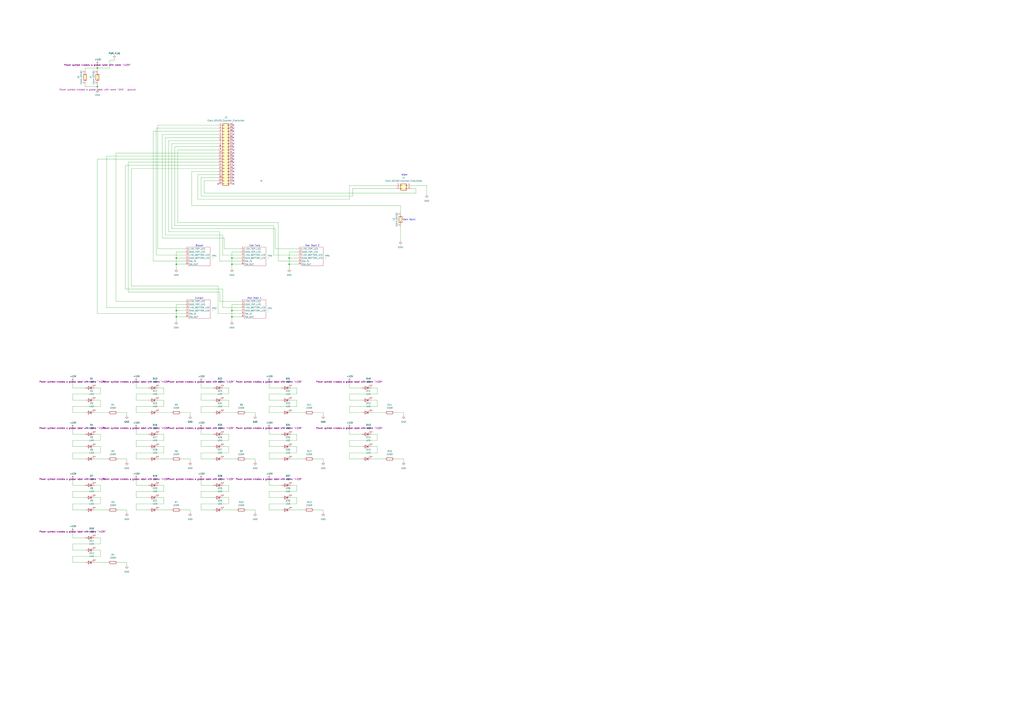
<source format=kicad_sch>
(kicad_sch (version 20250114) (generator "eeschema") (generator_version "9.0")
  (paper "A1")
  (text "Man Start 2" (at 256.54 201.93 0) (effects (font (size 1.27 1.27))))
  (text "Blower\n" (at 163.83 201.93 0) (effects (font (size 1.27 1.27))))
  (text "Rain Rplnt" (at 336.042 180.594 0) (effects (font (size 1.27 1.27))))
  (text "Wiper" (at 332.232 143.764 0) (effects (font (size 1.27 1.27))))
  (text "Cab Fans\n" (at 209.296 201.93 0) (effects (font (size 1.27 1.27))))
  (text "Extract\n" (at 163.576 245.11 0) (effects (font (size 1.27 1.27))))
  (text "Man Start 1" (at 209.042 245.11 0) (effects (font (size 1.27 1.27))))
  (junction (at 190.5 255.27))
  (junction (at 80.01 71.12))
  (junction (at 144.78 212.09))
  (junction (at 237.49 217.17))
  (junction (at 190.5 212.09))
  (junction (at 190.5 217.17))
  (junction (at 190.5 260.35))
  (junction (at 144.78 260.35))
  (junction (at 144.78 217.17))
  (junction (at 237.49 212.09))
  (junction (at 144.78 255.27))
  (junction (at 80.01 55.88))
  (no_connect (at 191.77 123.19))
  (no_connect (at 191.77 105.41))
  (no_connect (at 179.07 151.13))
  (no_connect (at 191.77 135.89))
  (no_connect (at 191.77 130.81))
  (no_connect (at 191.77 143.51))
  (no_connect (at 191.77 125.73))
  (no_connect (at 191.77 107.95))
  (no_connect (at 191.77 151.13))
  (no_connect (at 191.77 133.35))
  (no_connect (at 191.77 110.49))
  (no_connect (at 191.77 138.43))
  (no_connect (at 191.77 113.03))
  (no_connect (at 191.77 148.59))
  (no_connect (at 191.77 140.97))
  (no_connect (at 214.63 148.59))
  (no_connect (at 191.77 115.57))
  (no_connect (at 191.77 102.87))
  (no_connect (at 191.77 120.65))
  (no_connect (at 191.77 128.27))
  (no_connect (at 191.77 146.05))
  (no_connect (at 191.77 118.11))
  (wire (pts (xy 341.63 154.94) (xy 341.63 158.75)))
  (wire (pts (xy 187.96 328.93) (xy 182.88 328.93)))
  (wire (pts (xy 59.69 334.01) (xy 82.55 334.01)))
  (wire (pts (xy 69.85 452.12) (xy 59.69 452.12)))
  (wire (pts (xy 111.76 351.79) (xy 111.76 356.87)))
  (wire (pts (xy 125.73 214.63) (xy 152.4 214.63)))
  (wire (pts (xy 144.78 260.35) (xy 152.4 260.35)))
  (wire (pts (xy 198.12 247.65) (xy 180.34 247.65)))
  (wire (pts (xy 77.47 419.1) (xy 88.9 419.1)))
  (wire (pts (xy 165.1 146.05) (xy 179.07 146.05)))
  (wire (pts (xy 190.5 217.17) (xy 198.12 217.17)))
  (wire (pts (xy 265.43 419.1) (xy 265.43 421.64)))
  (wire (pts (xy 134.62 367.03) (xy 129.54 367.03)))
  (wire (pts (xy 243.84 372.11) (xy 243.84 367.03)))
  (wire (pts (xy 328.93 186.69) (xy 328.93 198.12)))
  (wire (pts (xy 287.02 328.93) (xy 287.02 323.85)))
  (wire (pts (xy 309.88 334.01) (xy 309.88 328.93)))
  (wire (pts (xy 165.1 328.93) (xy 165.1 323.85)))
  (wire (pts (xy 96.52 377.19) (xy 104.14 377.19)))
  (wire (pts (xy 220.98 339.09) (xy 220.98 334.01)))
  (wire (pts (xy 121.92 408.94) (xy 111.76 408.94)))
  (wire (pts (xy 96.52 462.28) (xy 104.14 462.28)))
  (wire (pts (xy 175.26 328.93) (xy 165.1 328.93)))
  (wire (pts (xy 134.62 356.87) (xy 129.54 356.87)))
  (wire (pts (xy 165.1 334.01) (xy 187.96 334.01)))
  (wire (pts (xy 105.41 240.03) (xy 105.41 133.35)))
  (wire (pts (xy 287.02 377.19) (xy 287.02 372.11)))
  (wire (pts (xy 175.26 367.03) (xy 165.1 367.03)))
  (wire (pts (xy 297.18 339.09) (xy 287.02 339.09)))
  (wire (pts (xy 179.07 234.95) (xy 107.95 234.95)))
  (wire (pts (xy 350.52 152.4) (xy 350.52 160.02)))
  (wire (pts (xy 69.85 377.19) (xy 59.69 377.19)))
  (wire (pts (xy 104.14 339.09) (xy 104.14 341.63)))
  (wire (pts (xy 59.69 393.7) (xy 59.69 398.78)))
  (wire (pts (xy 59.69 414.02) (xy 82.55 414.02)))
  (wire (pts (xy 82.55 414.02) (xy 82.55 408.94)))
  (wire (pts (xy 80.01 257.81) (xy 80.01 130.81)))
  (wire (pts (xy 96.52 339.09) (xy 104.14 339.09)))
  (wire (pts (xy 129.54 204.47) (xy 129.54 102.87)))
  (wire (pts (xy 134.62 318.77) (xy 129.54 318.77)))
  (wire (pts (xy 77.47 339.09) (xy 88.9 339.09)))
  (wire (pts (xy 82.55 334.01) (xy 82.55 328.93)))
  (wire (pts (xy 220.98 367.03) (xy 220.98 361.95)))
  (wire (pts (xy 182.88 209.55) (xy 198.12 209.55)))
  (wire (pts (xy 107.95 138.43) (xy 179.07 138.43)))
  (wire (pts (xy 304.8 339.09) (xy 316.23 339.09)))
  (wire (pts (xy 121.92 339.09) (xy 111.76 339.09)))
  (wire (pts (xy 337.82 152.4) (xy 350.52 152.4)))
  (wire (pts (xy 82.55 452.12) (xy 77.47 452.12)))
  (wire (pts (xy 198.12 255.27) (xy 190.5 255.27)))
  (wire (pts (xy 231.14 328.93) (xy 220.98 328.93)))
  (wire (pts (xy 165.1 161.29) (xy 165.1 146.05)))
  (wire (pts (xy 129.54 102.87) (xy 179.07 102.87)))
  (wire (pts (xy 167.64 148.59) (xy 179.07 148.59)))
  (wire (pts (xy 180.34 240.03) (xy 105.41 240.03)))
  (wire (pts (xy 111.76 372.11) (xy 134.62 372.11)))
  (wire (pts (xy 152.4 204.47) (xy 129.54 204.47)))
  (wire (pts (xy 237.49 217.17) (xy 245.11 217.17)))
  (wire (pts (xy 231.14 419.1) (xy 220.98 419.1)))
  (wire (pts (xy 77.47 377.19) (xy 88.9 377.19)))
  (wire (pts (xy 156.21 419.1) (xy 156.21 421.64)))
  (wire (pts (xy 309.88 323.85) (xy 309.88 318.77)))
  (wire (pts (xy 111.76 414.02) (xy 134.62 414.02)))
  (wire (pts (xy 287.02 318.77) (xy 297.18 318.77)))
  (wire (pts (xy 220.98 334.01) (xy 243.84 334.01)))
  (wire (pts (xy 198.12 252.73) (xy 182.88 252.73)))
  (wire (pts (xy 220.98 356.87) (xy 231.14 356.87)))
  (wire (pts (xy 198.12 257.81) (xy 179.07 257.81)))
  (wire (pts (xy 111.76 403.86) (xy 134.62 403.86)))
  (wire (pts (xy 198.12 207.01) (xy 190.5 207.01)))
  (wire (pts (xy 165.1 403.86) (xy 187.96 403.86)))
  (wire (pts (xy 287.02 313.69) (xy 287.02 318.77)))
  (wire (pts (xy 59.69 398.78) (xy 69.85 398.78)))
  (wire (pts (xy 133.35 110.49) (xy 179.07 110.49)))
  (wire (pts (xy 152.4 207.01) (xy 144.78 207.01)))
  (wire (pts (xy 297.18 377.19) (xy 287.02 377.19)))
  (wire (pts (xy 143.51 120.65) (xy 179.07 120.65)))
  (wire (pts (xy 304.8 377.19) (xy 316.23 377.19)))
  (wire (pts (xy 209.55 377.19) (xy 209.55 379.73)))
  (wire (pts (xy 165.1 339.09) (xy 165.1 334.01)))
  (wire (pts (xy 231.14 408.94) (xy 220.98 408.94)))
  (wire (pts (xy 245.11 214.63) (xy 228.6 214.63)))
  (wire (pts (xy 102.87 237.49) (xy 102.87 135.89)))
  (wire (pts (xy 265.43 339.09) (xy 265.43 341.63)))
  (wire (pts (xy 111.76 313.69) (xy 111.76 318.77)))
  (wire (pts (xy 165.1 361.95) (xy 187.96 361.95)))
  (wire (pts (xy 143.51 185.42) (xy 143.51 120.65)))
  (wire (pts (xy 287.02 361.95) (xy 309.88 361.95)))
  (wire (pts (xy 59.69 318.77) (xy 69.85 318.77)))
  (wire (pts (xy 297.18 328.93) (xy 287.02 328.93)))
  (wire (pts (xy 243.84 408.94) (xy 238.76 408.94)))
  (wire (pts (xy 182.88 252.73) (xy 182.88 237.49)))
  (wire (pts (xy 82.55 356.87) (xy 77.47 356.87)))
  (wire (pts (xy 257.81 377.19) (xy 265.43 377.19)))
  (wire (pts (xy 182.88 237.49) (xy 102.87 237.49)))
  (wire (pts (xy 59.69 452.12) (xy 59.69 447.04)))
  (wire (pts (xy 238.76 377.19) (xy 250.19 377.19)))
  (wire (pts (xy 228.6 182.88) (xy 146.05 182.88)))
  (wire (pts (xy 323.85 377.19) (xy 331.47 377.19)))
  (wire (pts (xy 82.55 398.78) (xy 77.47 398.78)))
  (wire (pts (xy 228.6 214.63) (xy 228.6 182.88)))
  (wire (pts (xy 111.76 323.85) (xy 134.62 323.85)))
  (wire (pts (xy 331.47 339.09) (xy 331.47 341.63)))
  (wire (pts (xy 220.98 414.02) (xy 243.84 414.02)))
  (wire (pts (xy 243.84 414.02) (xy 243.84 408.94)))
  (wire (pts (xy 59.69 372.11) (xy 82.55 372.11)))
  (wire (pts (xy 165.1 398.78) (xy 175.26 398.78)))
  (wire (pts (xy 245.11 204.47) (xy 226.06 204.47)))
  (wire (pts (xy 179.07 257.81) (xy 179.07 234.95)))
  (wire (pts (xy 165.1 313.69) (xy 165.1 318.77)))
  (wire (pts (xy 220.98 393.7) (xy 220.98 398.78)))
  (wire (pts (xy 59.69 328.93) (xy 59.69 323.85)))
  (wire (pts (xy 237.49 207.01) (xy 237.49 212.09)))
  (wire (pts (xy 80.01 69.85) (xy 80.01 71.12)))
  (wire (pts (xy 134.62 328.93) (xy 129.54 328.93)))
  (wire (pts (xy 287.02 323.85) (xy 309.88 323.85)))
  (wire (pts (xy 69.85 367.03) (xy 59.69 367.03)))
  (wire (pts (xy 138.43 190.5) (xy 138.43 115.57)))
  (wire (pts (xy 187.96 361.95) (xy 187.96 356.87)))
  (wire (pts (xy 111.76 393.7) (xy 111.76 398.78)))
  (wire (pts (xy 220.98 372.11) (xy 243.84 372.11)))
  (wire (pts (xy 156.21 339.09) (xy 156.21 341.63)))
  (wire (pts (xy 59.69 361.95) (xy 82.55 361.95)))
  (wire (pts (xy 182.88 193.04) (xy 182.88 209.55)))
  (wire (pts (xy 134.62 334.01) (xy 134.62 328.93)))
  (wire (pts (xy 111.76 334.01) (xy 134.62 334.01)))
  (wire (pts (xy 187.96 414.02) (xy 187.96 408.94)))
  (wire (pts (xy 175.26 339.09) (xy 165.1 339.09)))
  (wire (pts (xy 69.85 55.88) (xy 80.01 55.88)))
  (wire (pts (xy 134.62 323.85) (xy 134.62 318.77)))
  (wire (pts (xy 134.62 414.02) (xy 134.62 408.94)))
  (wire (pts (xy 226.06 204.47) (xy 226.06 187.96)))
  (wire (pts (xy 59.69 323.85) (xy 82.55 323.85)))
  (wire (pts (xy 128.27 105.41) (xy 128.27 209.55)))
  (wire (pts (xy 59.69 403.86) (xy 82.55 403.86)))
  (wire (pts (xy 133.35 195.58) (xy 133.35 110.49)))
  (wire (pts (xy 96.52 419.1) (xy 104.14 419.1)))
  (wire (pts (xy 82.55 318.77) (xy 77.47 318.77)))
  (wire (pts (xy 265.43 377.19) (xy 265.43 379.73)))
  (wire (pts (xy 121.92 377.19) (xy 111.76 377.19)))
  (wire (pts (xy 111.76 419.1) (xy 111.76 414.02)))
  (wire (pts (xy 69.85 328.93) (xy 59.69 328.93)))
  (wire (pts (xy 165.1 372.11) (xy 187.96 372.11)))
  (wire (pts (xy 134.62 408.94) (xy 129.54 408.94)))
  (wire (pts (xy 152.4 212.09) (xy 144.78 212.09)))
  (wire (pts (xy 289.56 154.94) (xy 289.56 161.29)))
  (wire (pts (xy 243.84 398.78) (xy 238.76 398.78)))
  (wire (pts (xy 167.64 158.75) (xy 167.64 148.59)))
  (wire (pts (xy 146.05 182.88) (xy 146.05 123.19)))
  (wire (pts (xy 287.02 351.79) (xy 287.02 356.87)))
  (wire (pts (xy 90.17 55.88) (xy 90.17 49.53)))
  (wire (pts (xy 69.85 69.85) (xy 69.85 71.12)))
  (wire (pts (xy 121.92 419.1) (xy 111.76 419.1)))
  (wire (pts (xy 59.69 462.28) (xy 59.69 457.2)))
  (wire (pts (xy 152.4 252.73) (xy 87.63 252.73)))
  (wire (pts (xy 111.76 356.87) (xy 121.92 356.87)))
  (wire (pts (xy 69.85 57.15) (xy 69.85 55.88)))
  (wire (pts (xy 187.96 408.94) (xy 182.88 408.94)))
  (wire (pts (xy 128.27 209.55) (xy 152.4 209.55)))
  (wire (pts (xy 165.1 408.94) (xy 165.1 403.86)))
  (wire (pts (xy 220.98 351.79) (xy 220.98 356.87)))
  (wire (pts (xy 289.56 154.94) (xy 325.12 154.94)))
  (wire (pts (xy 162.56 163.83) (xy 162.56 143.51)))
  (wire (pts (xy 156.21 377.19) (xy 156.21 379.73)))
  (wire (pts (xy 111.76 339.09) (xy 111.76 334.01)))
  (wire (pts (xy 59.69 436.88) (xy 59.69 441.96)))
  (wire (pts (xy 95.25 247.65) (xy 95.25 125.73)))
  (wire (pts (xy 59.69 419.1) (xy 59.69 414.02)))
  (wire (pts (xy 224.79 209.55) (xy 224.79 185.42)))
  (wire (pts (xy 179.07 107.95) (xy 125.73 107.95)))
  (wire (pts (xy 238.76 339.09) (xy 250.19 339.09)))
  (wire (pts (xy 82.55 361.95) (xy 82.55 356.87)))
  (wire (pts (xy 144.78 250.19) (xy 144.78 255.27)))
  (wire (pts (xy 309.88 356.87) (xy 304.8 356.87)))
  (wire (pts (xy 190.5 207.01) (xy 190.5 212.09)))
  (wire (pts (xy 309.88 328.93) (xy 304.8 328.93)))
  (wire (pts (xy 201.93 339.09) (xy 209.55 339.09)))
  (wire (pts (xy 82.55 328.93) (xy 77.47 328.93)))
  (wire (pts (xy 69.85 71.12) (xy 80.01 71.12)))
  (wire (pts (xy 328.93 173.99) (xy 328.93 168.91)))
  (wire (pts (xy 198.12 204.47) (xy 184.15 204.47)))
  (wire (pts (xy 220.98 377.19) (xy 220.98 372.11)))
  (wire (pts (xy 243.84 334.01) (xy 243.84 328.93)))
  (wire (pts (xy 148.59 339.09) (xy 156.21 339.09)))
  (wire (pts (xy 152.4 247.65) (xy 95.25 247.65)))
  (wire (pts (xy 180.34 190.5) (xy 138.43 190.5)))
  (wire (pts (xy 257.81 419.1) (xy 265.43 419.1)))
  (wire (pts (xy 87.63 252.73) (xy 87.63 128.27)))
  (wire (pts (xy 93.98 49.53) (xy 93.98 48.26)))
  (wire (pts (xy 148.59 377.19) (xy 156.21 377.19)))
  (wire (pts (xy 231.14 367.03) (xy 220.98 367.03)))
  (wire (pts (xy 82.55 447.04) (xy 82.55 441.96)))
  (wire (pts (xy 190.5 255.27) (xy 190.5 260.35)))
  (wire (pts (xy 87.63 128.27) (xy 179.07 128.27)))
  (wire (pts (xy 152.4 255.27) (xy 144.78 255.27)))
  (wire (pts (xy 297.18 367.03) (xy 287.02 367.03)))
  (wire (pts (xy 187.96 367.03) (xy 182.88 367.03)))
  (wire (pts (xy 59.69 367.03) (xy 59.69 361.95)))
  (wire (pts (xy 220.98 408.94) (xy 220.98 403.86)))
  (wire (pts (xy 243.84 403.86) (xy 243.84 398.78)))
  (wire (pts (xy 325.12 152.4) (xy 287.02 152.4)))
  (wire (pts (xy 69.85 462.28) (xy 59.69 462.28)))
  (wire (pts (xy 184.15 195.58) (xy 133.35 195.58)))
  (wire (pts (xy 59.69 351.79) (xy 59.69 356.87)))
  (wire (pts (xy 209.55 339.09) (xy 209.55 341.63)))
  (wire (pts (xy 129.54 339.09) (xy 140.97 339.09)))
  (wire (pts (xy 82.55 408.94) (xy 77.47 408.94)))
  (wire (pts (xy 104.14 377.19) (xy 104.14 379.73)))
  (wire (pts (xy 237.49 212.09) (xy 237.49 217.17)))
  (wire (pts (xy 111.76 318.77) (xy 121.92 318.77)))
  (wire (pts (xy 309.88 367.03) (xy 304.8 367.03)))
  (wire (pts (xy 198.12 214.63) (xy 180.34 214.63)))
  (wire (pts (xy 80.01 71.12) (xy 80.01 73.66)))
  (wire (pts (xy 309.88 372.11) (xy 309.88 367.03)))
  (wire (pts (xy 190.5 264.16) (xy 190.5 260.35)))
  (wire (pts (xy 165.1 356.87) (xy 175.26 356.87)))
  (wire (pts (xy 111.76 398.78) (xy 121.92 398.78)))
  (wire (pts (xy 198.12 250.19) (xy 190.5 250.19)))
  (wire (pts (xy 287.02 339.09) (xy 287.02 334.01)))
  (wire (pts (xy 59.69 313.69) (xy 59.69 318.77)))
  (wire (pts (xy 231.14 377.19) (xy 220.98 377.19)))
  (wire (pts (xy 69.85 419.1) (xy 59.69 419.1)))
  (wire (pts (xy 309.88 318.77) (xy 304.8 318.77)))
  (wire (pts (xy 144.78 217.17) (xy 152.4 217.17)))
  (wire (pts (xy 237.49 220.98) (xy 237.49 217.17)))
  (wire (pts (xy 341.63 158.75) (xy 167.64 158.75)))
  (wire (pts (xy 180.34 247.65) (xy 180.34 240.03)))
  (wire (pts (xy 77.47 462.28) (xy 88.9 462.28)))
  (wire (pts (xy 111.76 367.03) (xy 111.76 361.95)))
  (wire (pts (xy 238.76 419.1) (xy 250.19 419.1)))
  (wire (pts (xy 245.11 209.55) (xy 224.79 209.55)))
  (wire (pts (xy 138.43 115.57) (xy 179.07 115.57)))
  (wire (pts (xy 104.14 419.1) (xy 104.14 421.64)))
  (wire (pts (xy 323.85 339.09) (xy 331.47 339.09)))
  (wire (pts (xy 187.96 403.86) (xy 187.96 398.78)))
  (wire (pts (xy 125.73 107.95) (xy 125.73 214.63)))
  (wire (pts (xy 190.5 220.98) (xy 190.5 217.17)))
  (wire (pts (xy 182.88 419.1) (xy 194.31 419.1)))
  (wire (pts (xy 337.82 154.94) (xy 341.63 154.94)))
  (wire (pts (xy 152.4 257.81) (xy 80.01 257.81)))
  (wire (pts (xy 111.76 377.19) (xy 111.76 372.11)))
  (wire (pts (xy 287.02 372.11) (xy 309.88 372.11)))
  (wire (pts (xy 152.4 250.19) (xy 144.78 250.19)))
  (wire (pts (xy 201.93 419.1) (xy 209.55 419.1)))
  (wire (pts (xy 129.54 377.19) (xy 140.97 377.19)))
  (wire (pts (xy 102.87 135.89) (xy 179.07 135.89)))
  (wire (pts (xy 134.62 372.11) (xy 134.62 367.03)))
  (wire (pts (xy 157.48 140.97) (xy 179.07 140.97)))
  (wire (pts (xy 134.62 403.86) (xy 134.62 398.78)))
  (wire (pts (xy 175.26 377.19) (xy 165.1 377.19)))
  (wire (pts (xy 90.17 49.53) (xy 93.98 49.53)))
  (wire (pts (xy 245.11 212.09) (xy 237.49 212.09)))
  (wire (pts (xy 80.01 55.88) (xy 80.01 57.15)))
  (wire (pts (xy 165.1 351.79) (xy 165.1 356.87)))
  (wire (pts (xy 144.78 220.98) (xy 144.78 217.17)))
  (wire (pts (xy 187.96 372.11) (xy 187.96 367.03)))
  (wire (pts (xy 220.98 361.95) (xy 243.84 361.95)))
  (wire (pts (xy 187.96 398.78) (xy 182.88 398.78)))
  (wire (pts (xy 59.69 447.04) (xy 82.55 447.04)))
  (wire (pts (xy 107.95 234.95) (xy 107.95 138.43)))
  (wire (pts (xy 287.02 356.87) (xy 297.18 356.87)))
  (wire (pts (xy 175.26 408.94) (xy 165.1 408.94)))
  (wire (pts (xy 121.92 367.03) (xy 111.76 367.03)))
  (wire (pts (xy 182.88 339.09) (xy 194.31 339.09)))
  (wire (pts (xy 140.97 187.96) (xy 140.97 118.11)))
  (wire (pts (xy 82.55 372.11) (xy 82.55 367.03)))
  (wire (pts (xy 243.84 361.95) (xy 243.84 356.87)))
  (wire (pts (xy 165.1 377.19) (xy 165.1 372.11)))
  (wire (pts (xy 182.88 377.19) (xy 194.31 377.19)))
  (wire (pts (xy 187.96 318.77) (xy 182.88 318.77)))
  (wire (pts (xy 184.15 204.47) (xy 184.15 195.58)))
  (wire (pts (xy 82.55 403.86) (xy 82.55 398.78)))
  (wire (pts (xy 82.55 457.2) (xy 82.55 452.12)))
  (wire (pts (xy 175.26 419.1) (xy 165.1 419.1)))
  (wire (pts (xy 287.02 334.01) (xy 309.88 334.01)))
  (wire (pts (xy 59.69 377.19) (xy 59.69 372.11)))
  (wire (pts (xy 162.56 143.51) (xy 179.07 143.51)))
  (wire (pts (xy 220.98 328.93) (xy 220.98 323.85)))
  (wire (pts (xy 245.11 207.01) (xy 237.49 207.01)))
  (wire (pts (xy 187.96 356.87) (xy 182.88 356.87)))
  (wire (pts (xy 226.06 187.96) (xy 140.97 187.96)))
  (wire (pts (xy 59.69 441.96) (xy 69.85 441.96)))
  (wire (pts (xy 289.56 161.29) (xy 165.1 161.29)))
  (wire (pts (xy 104.14 462.28) (xy 104.14 464.82)))
  (wire (pts (xy 243.84 367.03) (xy 238.76 367.03)))
  (wire (pts (xy 111.76 361.95) (xy 134.62 361.95)))
  (wire (pts (xy 187.96 323.85) (xy 187.96 318.77)))
  (wire (pts (xy 287.02 367.03) (xy 287.02 361.95)))
  (wire (pts (xy 135.89 113.03) (xy 135.89 193.04)))
  (wire (pts (xy 69.85 339.09) (xy 59.69 339.09)))
  (wire (pts (xy 157.48 168.91) (xy 157.48 140.97)))
  (wire (pts (xy 82.55 367.03) (xy 77.47 367.03)))
  (wire (pts (xy 180.34 214.63) (xy 180.34 190.5)))
  (wire (pts (xy 190.5 250.19) (xy 190.5 255.27)))
  (wire (pts (xy 95.25 125.73) (xy 179.07 125.73)))
  (wire (pts (xy 134.62 398.78) (xy 129.54 398.78)))
  (wire (pts (xy 198.12 212.09) (xy 190.5 212.09)))
  (wire (pts (xy 135.89 193.04) (xy 182.88 193.04)))
  (wire (pts (xy 134.62 361.95) (xy 134.62 356.87)))
  (wire (pts (xy 179.07 113.03) (xy 135.89 113.03)))
  (wire (pts (xy 59.69 408.94) (xy 59.69 403.86)))
  (wire (pts (xy 82.55 323.85) (xy 82.55 318.77)))
  (wire (pts (xy 243.84 328.93) (xy 238.76 328.93)))
  (wire (pts (xy 144.78 212.09) (xy 144.78 217.17)))
  (wire (pts (xy 140.97 118.11) (xy 179.07 118.11)))
  (wire (pts (xy 165.1 318.77) (xy 175.26 318.77)))
  (wire (pts (xy 243.84 318.77) (xy 238.76 318.77)))
  (wire (pts (xy 80.01 53.34) (xy 80.01 55.88)))
  (wire (pts (xy 165.1 414.02) (xy 187.96 414.02)))
  (wire (pts (xy 287.02 163.83) (xy 162.56 163.83)))
  (wire (pts (xy 220.98 323.85) (xy 243.84 323.85)))
  (wire (pts (xy 105.41 133.35) (xy 179.07 133.35)))
  (wire (pts (xy 243.84 356.87) (xy 238.76 356.87)))
  (wire (pts (xy 69.85 408.94) (xy 59.69 408.94)))
  (wire (pts (xy 179.07 105.41) (xy 128.27 105.41)))
  (wire (pts (xy 144.78 264.16) (xy 144.78 260.35)))
  (wire (pts (xy 129.54 419.1) (xy 140.97 419.1)))
  (wire (pts (xy 331.47 377.19) (xy 331.47 379.73)))
  (wire (pts (xy 220.98 313.69) (xy 220.98 318.77)))
  (wire (pts (xy 59.69 457.2) (xy 82.55 457.2)))
  (wire (pts (xy 111.76 408.94) (xy 111.76 403.86)))
  (wire (pts (xy 220.98 419.1) (xy 220.98 414.02)))
  (wire (pts (xy 59.69 356.87) (xy 69.85 356.87)))
  (wire (pts (xy 220.98 398.78) (xy 231.14 398.78)))
  (wire (pts (xy 121.92 328.93) (xy 111.76 328.93)))
  (wire (pts (xy 201.93 377.19) (xy 209.55 377.19)))
  (wire (pts (xy 231.14 339.09) (xy 220.98 339.09)))
  (wire (pts (xy 111.76 328.93) (xy 111.76 323.85)))
  (wire (pts (xy 80.01 130.81) (xy 179.07 130.81)))
  (wire (pts (xy 243.84 323.85) (xy 243.84 318.77)))
  (wire (pts (xy 165.1 393.7) (xy 165.1 398.78)))
  (wire (pts (xy 165.1 419.1) (xy 165.1 414.02)))
  (wire (pts (xy 209.55 419.1) (xy 209.55 421.64)))
  (wire (pts (xy 59.69 339.09) (xy 59.69 334.01)))
  (wire (pts (xy 148.59 419.1) (xy 156.21 419.1)))
  (wire (pts (xy 146.05 123.19) (xy 179.07 123.19)))
  (wire (pts (xy 287.02 152.4) (xy 287.02 163.83)))
  (wire (pts (xy 190.5 212.09) (xy 190.5 217.17)))
  (wire (pts (xy 144.78 207.01) (xy 144.78 212.09)))
  (wire (pts (xy 328.93 168.91) (xy 157.48 168.91)))
  (wire (pts (xy 144.78 255.27) (xy 144.78 260.35)))
  (wire (pts (xy 80.01 55.88) (xy 90.17 55.88)))
  (wire (pts (xy 165.1 323.85) (xy 187.96 323.85)))
  (wire (pts (xy 82.55 441.96) (xy 77.47 441.96)))
  (wire (pts (xy 220.98 403.86) (xy 243.84 403.86)))
  (wire (pts (xy 309.88 361.95) (xy 309.88 356.87)))
  (wire (pts (xy 224.79 185.42) (xy 143.51 185.42)))
  (wire (pts (xy 190.5 260.35) (xy 198.12 260.35)))
  (wire (pts (xy 165.1 367.03) (xy 165.1 361.95)))
  (wire (pts (xy 220.98 318.77) (xy 231.14 318.77)))
  (wire (pts (xy 187.96 334.01) (xy 187.96 328.93)))
  (wire (pts (xy 257.81 339.09) (xy 265.43 339.09)))
  (symbol (lib_id "power:GND") (at 80.01 73.66 0) (unit 1)
    (property "Reference" "#PWR06" (effects (hide yes)))
    (property "Value" "GND" (at 80.137 78.0542 0))
    (property "Description" "Power symbol creates a global label with name \"GND\" , ground" (at 80.01 73.66 0))
  )
  (symbol (lib_id "power:+12V") (at 80.01 53.34 0) (unit 1)
    (property "Reference" "#PWR05" (effects (hide yes)))
    (property "Value" "+12V" (at 80.391 48.9458 0))
    (property "Description" "Power symbol creates a global label with name \"+12V\"" (at 80.01 53.34 0))
  )
  (symbol (lib_id "power:PWR_FLAG") (at 93.98 48.26 0) (unit 1)
    (property "Reference" "#FLG01" (effects (hide yes)))
    (property "Value" "PWR_FLAG" (at 93.98 43.8658 0))
  )
  (symbol (lib_id "power:+12V") (at 220.98 393.7 0) (unit 1)
    (property "Reference" "#PWR029" (effects (hide yes)))
    (property "Value" "+12V" (at 221.361 389.3058 0))
    (property "Description" "Power symbol creates a global label with name \"+12V\"" (at 220.98 393.7 0))
  )
  (symbol (lib_id "Device:R") (at 198.12 419.1 90) (unit 1)
    (property "Reference" "R10" (at 198.12 412.75 90))
    (property "Value" "220R" (at 198.12 415.29 90))
    (property "Footprint" "Resistor_SMD:R_1206_3216Metric_Pad1.30x1.75mm_HandSolder" (effects (hide yes)))
    (property "Description" "Resistor" (effects (hide yes)))
  )
  (symbol (lib_id "power:+12V") (at 111.76 313.69 0) (unit 1)
    (property "Reference" "#PWR011" (effects (hide yes)))
    (property "Value" "+12V" (at 112.141 309.2958 0))
    (property "Description" "Power symbol creates a global label with name \"+12V\"" (at 111.76 313.69 0))
  )
  (symbol (lib_id "Device:LED") (at 125.73 408.94 180) (unit 1)
    (property "Reference" "D20" (at 127.3175 401.32 0))
    (property "Value" "LED" (at 127.3175 403.86 0))
    (property "Footprint" "OpenA3XX:LED_Everlight-SMD3528_3.5x2.8mm_67-21ST" (effects (hide yes)))
    (property "Description" "Light emitting diode" (effects (hide yes)))
    (property "Sim.Pins" "1=K 2=A" (effects (hide yes)))
  )
  (symbol (lib_id "Device:R") (at 92.71 462.28 90) (unit 1)
    (property "Reference" "R4" (at 92.71 455.93 90))
    (property "Value" "220R" (at 92.71 458.47 90))
    (property "Footprint" "Resistor_SMD:R_1206_3216Metric_Pad1.30x1.75mm_HandSolder" (effects (hide yes)))
    (property "Description" "Resistor" (effects (hide yes)))
  )
  (symbol (lib_id "Device:LED") (at 73.66 367.03 180) (unit 1)
    (property "Reference" "D5" (at 75.2475 359.41 0))
    (property "Value" "LED" (at 75.2475 361.95 0))
    (property "Footprint" "OpenA3XX:LED_Everlight-SMD3528_3.5x2.8mm_67-21ST" (effects (hide yes)))
    (property "Description" "Light emitting diode" (effects (hide yes)))
    (property "Sim.Pins" "1=K 2=A" (effects (hide yes)))
  )
  (symbol (lib_id "Device:LED") (at 234.95 339.09 180) (unit 1)
    (property "Reference" "D33" (at 236.5375 331.47 0))
    (property "Value" "LED" (at 236.5375 334.01 0))
    (property "Footprint" "OpenA3XX:LED_Everlight-SMD3528_3.5x2.8mm_67-21ST" (effects (hide yes)))
    (property "Description" "Light emitting diode" (effects (hide yes)))
    (property "Sim.Pins" "1=K 2=A" (effects (hide yes)))
  )
  (symbol (lib_id "power:GND") (at 144.78 264.16 0) (unit 1)
    (property "Reference" "#PWR015" (effects (hide yes)))
    (property "Value" "GND" (at 144.78 269.24 0))
    (property "Description" "Power symbol creates a global label with name \"GND\" , ground" (effects (hide yes)))
  )
  (symbol (lib_id "Device:LED") (at 73.66 377.19 180) (unit 1)
    (property "Reference" "D6" (at 75.2475 369.57 0))
    (property "Value" "LED" (at 75.2475 372.11 0))
    (property "Footprint" "OpenA3XX:LED_Everlight-SMD3528_3.5x2.8mm_67-21ST" (effects (hide yes)))
    (property "Description" "Light emitting diode" (effects (hide yes)))
    (property "Sim.Pins" "1=K 2=A" (effects (hide yes)))
  )
  (symbol (lib_id "Device:LED") (at 179.07 328.93 180) (unit 1)
    (property "Reference" "D23" (at 180.6575 321.31 0))
    (property "Value" "LED" (at 180.6575 323.85 0))
    (property "Footprint" "OpenA3XX:LED_Everlight-SMD3528_3.5x2.8mm_67-21ST" (effects (hide yes)))
    (property "Description" "Light emitting diode" (effects (hide yes)))
    (property "Sim.Pins" "1=K 2=A" (effects (hide yes)))
  )
  (symbol (lib_id "power:GND") (at 237.49 220.98 0) (unit 1)
    (property "Reference" "#PWR030" (effects (hide yes)))
    (property "Value" "GND" (at 237.49 226.06 0))
    (property "Description" "Power symbol creates a global label with name \"GND\" , ground" (effects (hide yes)))
  )
  (symbol (lib_id "Device:R") (at 92.71 339.09 90) (unit 1)
    (property "Reference" "R1" (at 92.71 332.74 90))
    (property "Value" "220R" (at 92.71 335.28 90))
    (property "Footprint" "Resistor_SMD:R_1206_3216Metric_Pad1.30x1.75mm_HandSolder" (effects (hide yes)))
    (property "Description" "Resistor" (effects (hide yes)))
  )
  (symbol (lib_id "Device:LED") (at 234.95 328.93 180) (unit 1)
    (property "Reference" "D32" (at 236.5375 321.31 0))
    (property "Value" "LED" (at 236.5375 323.85 0))
    (property "Footprint" "OpenA3XX:LED_Everlight-SMD3528_3.5x2.8mm_67-21ST" (effects (hide yes)))
    (property "Description" "Light emitting diode" (effects (hide yes)))
    (property "Sim.Pins" "1=K 2=A" (effects (hide yes)))
  )
  (symbol (lib_id "power:GND") (at 331.47 379.73 0) (unit 1)
    (property "Reference" "#PWR038" (effects (hide yes)))
    (property "Value" "GND" (at 331.47 384.81 0))
    (property "Description" "Power symbol creates a global label with name \"GND\" , ground" (effects (hide yes)))
  )
  (symbol (lib_id "Device:R") (at 254 377.19 90) (unit 1)
    (property "Reference" "R12" (at 254 370.84 90))
    (property "Value" "220R" (at 254 373.38 90))
    (property "Footprint" "Resistor_SMD:R_1206_3216Metric_Pad1.30x1.75mm_HandSolder" (effects (hide yes)))
    (property "Description" "Resistor" (effects (hide yes)))
  )
  (symbol (lib_id "Device:LED") (at 179.07 408.94 180) (unit 1)
    (property "Reference" "D29" (at 180.6575 401.32 0))
    (property "Value" "LED" (at 180.6575 403.86 0))
    (property "Footprint" "OpenA3XX:LED_Everlight-SMD3528_3.5x2.8mm_67-21ST" (effects (hide yes)))
    (property "Description" "Light emitting diode" (effects (hide yes)))
    (property "Sim.Pins" "1=K 2=A" (effects (hide yes)))
  )
  (symbol (lib_id "power:GND") (at 144.78 220.98 0) (unit 1)
    (property "Reference" "#PWR014" (effects (hide yes)))
    (property "Value" "GND" (at 144.78 226.06 0))
    (property "Description" "Power symbol creates a global label with name \"GND\" , ground" (effects (hide yes)))
  )
  (symbol (lib_id "power:+12V") (at 220.98 313.69 0) (unit 1)
    (property "Reference" "#PWR027" (effects (hide yes)))
    (property "Value" "+12V" (at 221.361 309.2958 0))
    (property "Description" "Power symbol creates a global label with name \"+12V\"" (at 220.98 313.69 0))
  )
  (symbol (lib_id "Connector_Generic:Conn_02x02_Counter_Clockwise") (at 330.2 152.4 0) (unit 1)
    (property "Reference" "J4" (at 331.47 146.05 0))
    (property "Value" "Conn_02x02_Counter_Clockwise" (at 331.47 148.59 0))
    (property "Footprint" "Connector_PinHeader_2.54mm:PinHeader_1x04_P2.54mm_Vertical" (effects (hide yes)))
    (property "Description" "Generic connector, double row, 02x02, counter clockwise pin numbering scheme (similar to DIP package numbering), script generated (kicad-library-utils/schlib/autogen/connector/)" (effects (hide yes)))
  )
  (symbol (lib_id "power:GND") (at 209.55 379.73 0) (unit 1)
    (property "Reference" "#PWR025" (effects (hide yes)))
    (property "Value" "GND" (at 209.55 384.81 0))
    (property "Description" "Power symbol creates a global label with name \"GND\" , ground" (effects (hide yes)))
  )
  (symbol (lib_id "power:GND") (at 190.5 264.16 0) (unit 1)
    (property "Reference" "#PWR023" (effects (hide yes)))
    (property "Value" "GND" (at 190.5 269.24 0))
    (property "Description" "Power symbol creates a global label with name \"GND\" , ground" (effects (hide yes)))
  )
  (symbol (lib_id "Device:LED") (at 73.66 408.94 180) (unit 1)
    (property "Reference" "D8" (at 75.2475 401.32 0))
    (property "Value" "LED" (at 75.2475 403.86 0))
    (property "Footprint" "OpenA3XX:LED_Everlight-SMD3528_3.5x2.8mm_67-21ST" (effects (hide yes)))
    (property "Description" "Light emitting diode" (effects (hide yes)))
    (property "Sim.Pins" "1=K 2=A" (effects (hide yes)))
  )
  (symbol (lib_id "power:+12V") (at 165.1 393.7 0) (unit 1)
    (property "Reference" "#PWR021" (effects (hide yes)))
    (property "Value" "+12V" (at 165.481 389.3058 0))
    (property "Description" "Power symbol creates a global label with name \"+12V\"" (at 165.1 393.7 0))
  )
  (symbol (lib_id "Device:LED") (at 300.99 377.19 180) (unit 1)
    (property "Reference" "D45" (at 302.5775 369.57 0))
    (property "Value" "LED" (at 302.5775 372.11 0))
    (property "Footprint" "OpenA3XX:LED_Everlight-SMD3528_3.5x2.8mm_67-21ST" (effects (hide yes)))
    (property "Description" "Light emitting diode" (effects (hide yes)))
    (property "Sim.Pins" "1=K 2=A" (effects (hide yes)))
  )
  (symbol (lib_id "Device:LED") (at 179.07 377.19 180) (unit 1)
    (property "Reference" "D27" (at 180.6575 369.57 0))
    (property "Value" "LED" (at 180.6575 372.11 0))
    (property "Footprint" "OpenA3XX:LED_Everlight-SMD3528_3.5x2.8mm_67-21ST" (effects (hide yes)))
    (property "Description" "Light emitting diode" (effects (hide yes)))
    (property "Sim.Pins" "1=K 2=A" (effects (hide yes)))
  )
  (symbol (lib_id "Device:LED") (at 179.07 339.09 180) (unit 1)
    (property "Reference" "D24" (at 180.6575 331.47 0))
    (property "Value" "LED" (at 180.6575 334.01 0))
    (property "Footprint" "OpenA3XX:LED_Everlight-SMD3528_3.5x2.8mm_67-21ST" (effects (hide yes)))
    (property "Description" "Light emitting diode" (effects (hide yes)))
    (property "Sim.Pins" "1=K 2=A" (effects (hide yes)))
  )
  (symbol (lib_id "power:+12V") (at 287.02 313.69 0) (unit 1)
    (property "Reference" "#PWR034" (effects (hide yes)))
    (property "Value" "+12V" (at 287.401 309.2958 0))
    (property "Description" "Power symbol creates a global label with name \"+12V\"" (at 287.02 313.69 0))
  )
  (symbol (lib_id "Device:LED") (at 125.73 318.77 180) (unit 1)
    (property "Reference" "D13" (at 127.3175 311.15 0))
    (property "Value" "LED" (at 127.3175 313.69 0))
    (property "Footprint" "OpenA3XX:LED_Everlight-SMD3528_3.5x2.8mm_67-21ST" (effects (hide yes)))
    (property "Description" "Light emitting diode" (effects (hide yes)))
    (property "Sim.Pins" "1=K 2=A" (effects (hide yes)))
  )
  (symbol (lib_id "power:GND") (at 104.14 379.73 0) (unit 1)
    (property "Reference" "#PWR08" (effects (hide yes)))
    (property "Value" "GND" (at 104.14 384.81 0))
    (property "Description" "Power symbol creates a global label with name \"GND\" , ground" (effects (hide yes)))
  )
  (symbol (lib_id "Device:R") (at 320.04 339.09 90) (unit 1)
    (property "Reference" "R14" (at 320.04 332.74 90))
    (property "Value" "220R" (at 320.04 335.28 90))
    (property "Footprint" "Resistor_SMD:R_1206_3216Metric_Pad1.30x1.75mm_HandSolder" (effects (hide yes)))
    (property "Description" "Resistor" (effects (hide yes)))
  )
  (symbol (lib_id "power:+12V") (at 287.02 351.79 0) (unit 1)
    (property "Reference" "#PWR035" (effects (hide yes)))
    (property "Value" "+12V" (at 287.401 347.3958 0))
    (property "Description" "Power symbol creates a global label with name \"+12V\"" (at 287.02 351.79 0))
  )
  (symbol (lib_id "Device:LED") (at 179.07 356.87 180) (unit 1)
    (property "Reference" "D25" (at 180.6575 349.25 0))
    (property "Value" "LED" (at 180.6575 351.79 0))
    (property "Footprint" "OpenA3XX:LED_Everlight-SMD3528_3.5x2.8mm_67-21ST" (effects (hide yes)))
    (property "Description" "Light emitting diode" (effects (hide yes)))
    (property "Sim.Pins" "1=K 2=A" (effects (hide yes)))
  )
  (symbol (lib_id "Device:R") (at 254 339.09 90) (unit 1)
    (property "Reference" "R11" (at 254 332.74 90))
    (property "Value" "220R" (at 254 335.28 90))
    (property "Footprint" "Resistor_SMD:R_1206_3216Metric_Pad1.30x1.75mm_HandSolder" (effects (hide yes)))
    (property "Description" "Resistor" (effects (hide yes)))
  )
  (symbol (lib_id "power:+12V") (at 165.1 313.69 0) (unit 1)
    (property "Reference" "#PWR019" (effects (hide yes)))
    (property "Value" "+12V" (at 165.481 309.2958 0))
    (property "Description" "Power symbol creates a global label with name \"+12V\"" (at 165.1 313.69 0))
  )
  (symbol (lib_id "power:GND") (at 331.47 341.63 0) (unit 1)
    (property "Reference" "#PWR037" (effects (hide yes)))
    (property "Value" "GND" (at 331.47 346.71 0))
    (property "Description" "Power symbol creates a global label with name \"GND\" , ground" (effects (hide yes)))
  )
  (symbol (lib_id "Device:LED") (at 179.07 419.1 180) (unit 1)
    (property "Reference" "D30" (at 180.6575 411.48 0))
    (property "Value" "LED" (at 180.6575 414.02 0))
    (property "Footprint" "OpenA3XX:LED_Everlight-SMD3528_3.5x2.8mm_67-21ST" (effects (hide yes)))
    (property "Description" "Light emitting diode" (effects (hide yes)))
    (property "Sim.Pins" "1=K 2=A" (effects (hide yes)))
  )
  (symbol (lib_id "Device:R") (at 92.71 377.19 90) (unit 1)
    (property "Reference" "R2" (at 92.71 370.84 90))
    (property "Value" "220R" (at 92.71 373.38 90))
    (property "Footprint" "Resistor_SMD:R_1206_3216Metric_Pad1.30x1.75mm_HandSolder" (effects (hide yes)))
    (property "Description" "Resistor" (effects (hide yes)))
  )
  (symbol (lib_id "power:GND") (at 104.14 421.64 0) (unit 1)
    (property "Reference" "#PWR09" (effects (hide yes)))
    (property "Value" "GND" (at 104.14 426.72 0))
    (property "Description" "Power symbol creates a global label with name \"GND\" , ground" (effects (hide yes)))
  )
  (symbol (lib_id "Device:LED") (at 234.95 377.19 180) (unit 1)
    (property "Reference" "D36" (at 236.5375 369.57 0))
    (property "Value" "LED" (at 236.5375 372.11 0))
    (property "Footprint" "OpenA3XX:LED_Everlight-SMD3528_3.5x2.8mm_67-21ST" (effects (hide yes)))
    (property "Description" "Light emitting diode" (effects (hide yes)))
    (property "Sim.Pins" "1=K 2=A" (effects (hide yes)))
  )
  (symbol (lib_id "power:+12V") (at 111.76 351.79 0) (unit 1)
    (property "Reference" "#PWR012" (effects (hide yes)))
    (property "Value" "+12V" (at 112.141 347.3958 0))
    (property "Description" "Power symbol creates a global label with name \"+12V\"" (at 111.76 351.79 0))
  )
  (symbol (lib_id "power:+12V") (at 59.69 313.69 0) (unit 1)
    (property "Reference" "#PWR01" (effects (hide yes)))
    (property "Value" "+12V" (at 60.071 309.2958 0))
    (property "Description" "Power symbol creates a global label with name \"+12V\"" (at 59.69 313.69 0))
  )
  (symbol (lib_id "Device:LED") (at 125.73 339.09 180) (unit 1)
    (property "Reference" "D15" (at 127.3175 331.47 0))
    (property "Value" "LED" (at 127.3175 334.01 0))
    (property "Footprint" "OpenA3XX:LED_Everlight-SMD3528_3.5x2.8mm_67-21ST" (effects (hide yes)))
    (property "Description" "Light emitting diode" (effects (hide yes)))
    (property "Sim.Pins" "1=K 2=A" (effects (hide yes)))
  )
  (symbol (lib_id "power:GND") (at 104.14 341.63 0) (unit 1)
    (property "Reference" "#PWR07" (effects (hide yes)))
    (property "Value" "GND" (at 104.14 346.71 0))
    (property "Description" "Power symbol creates a global label with name \"GND\" , ground" (effects (hide yes)))
  )
  (symbol (lib_id "Device:LED") (at 300.99 318.77 180) (unit 1)
    (property "Reference" "D40" (at 302.5775 311.15 0))
    (property "Value" "LED" (at 302.5775 313.69 0))
    (property "Footprint" "OpenA3XX:LED_Everlight-SMD3528_3.5x2.8mm_67-21ST" (effects (hide yes)))
    (property "Description" "Light emitting diode" (effects (hide yes)))
    (property "Sim.Pins" "1=K 2=A" (effects (hide yes)))
  )
  (symbol (lib_id "Device:LED") (at 300.99 339.09 180) (unit 1)
    (property "Reference" "D42" (at 302.5775 331.47 0))
    (property "Value" "LED" (at 302.5775 334.01 0))
    (property "Footprint" "OpenA3XX:LED_Everlight-SMD3528_3.5x2.8mm_67-21ST" (effects (hide yes)))
    (property "Description" "Light emitting diode" (effects (hide yes)))
    (property "Sim.Pins" "1=K 2=A" (effects (hide yes)))
  )
  (symbol (lib_id "Device:R") (at 198.12 339.09 90) (unit 1)
    (property "Reference" "R8" (at 198.12 332.74 90))
    (property "Value" "220R" (at 198.12 335.28 90))
    (property "Footprint" "Resistor_SMD:R_1206_3216Metric_Pad1.30x1.75mm_HandSolder" (effects (hide yes)))
    (property "Description" "Resistor" (effects (hide yes)))
  )
  (symbol (lib_id "power:+12V") (at 59.69 351.79 0) (unit 1)
    (property "Reference" "#PWR02" (effects (hide yes)))
    (property "Value" "+12V" (at 60.071 347.3958 0))
    (property "Description" "Power symbol creates a global label with name \"+12V\"" (at 59.69 351.79 0))
  )
  (symbol (lib_id "Device:LED") (at 234.95 318.77 180) (unit 1)
    (property "Reference" "D31" (at 236.5375 311.15 0))
    (property "Value" "LED" (at 236.5375 313.69 0))
    (property "Footprint" "OpenA3XX:LED_Everlight-SMD3528_3.5x2.8mm_67-21ST" (effects (hide yes)))
    (property "Description" "Light emitting diode" (effects (hide yes)))
    (property "Sim.Pins" "1=K 2=A" (effects (hide yes)))
  )
  (symbol (lib_id "Device:LED") (at 300.99 328.93 180) (unit 1)
    (property "Reference" "D41" (at 302.5775 321.31 0))
    (property "Value" "LED" (at 302.5775 323.85 0))
    (property "Footprint" "OpenA3XX:LED_Everlight-SMD3528_3.5x2.8mm_67-21ST" (effects (hide yes)))
    (property "Description" "Light emitting diode" (effects (hide yes)))
    (property "Sim.Pins" "1=K 2=A" (effects (hide yes)))
  )
  (symbol (lib_id "Device:R") (at 92.71 419.1 90) (unit 1)
    (property "Reference" "R3" (at 92.71 412.75 90))
    (property "Value" "220R" (at 92.71 415.29 90))
    (property "Footprint" "Resistor_SMD:R_1206_3216Metric_Pad1.30x1.75mm_HandSolder" (effects (hide yes)))
    (property "Description" "Resistor" (effects (hide yes)))
  )
  (symbol (lib_id "Device:LED") (at 234.95 356.87 180) (unit 1)
    (property "Reference" "D34" (at 236.5375 349.25 0))
    (property "Value" "LED" (at 236.5375 351.79 0))
    (property "Footprint" "OpenA3XX:LED_Everlight-SMD3528_3.5x2.8mm_67-21ST" (effects (hide yes)))
    (property "Description" "Light emitting diode" (effects (hide yes)))
    (property "Sim.Pins" "1=K 2=A" (effects (hide yes)))
  )
  (symbol (lib_id "Device:LED") (at 73.66 462.28 180) (unit 1)
    (property "Reference" "D12" (at 75.2475 454.66 0))
    (property "Value" "LED" (at 75.2475 457.2 0))
    (property "Footprint" "OpenA3XX:LED_Everlight-SMD3528_3.5x2.8mm_67-21ST" (effects (hide yes)))
    (property "Description" "Light emitting diode" (effects (hide yes)))
    (property "Sim.Pins" "1=K 2=A" (effects (hide yes)))
  )
  (symbol (lib_id "KorrySwitch:Korry_Switch") (at 162.56 245.11 0) (unit 1)
    (property "Reference" "KR2" (at 173.99 253.3649 0) (effects (justify left)))
    (property "Value" "~" (at 173.99 255.27 0) (effects (justify left)))
    (property "Footprint" "OpenA3XX:Korry Switch" (effects (hide yes)))
  )
  (symbol (lib_id "Connector_Generic:Conn_02x20_Counter_Clockwise") (at 184.15 125.73 0) (unit 1)
    (property "Reference" "J2" (at 185.42 96.52 0))
    (property "Value" "Conn_02x20_Counter_Clockwise" (at 185.42 99.06 0))
    (property "Footprint" "Connector_PinHeader_2.54mm:PinHeader_2x20_P2.54mm_Vertical" (effects (hide yes)))
    (property "Description" "Generic connector, double row, 02x20, counter clockwise pin numbering scheme (similar to DIP package numbering), script generated (kicad-library-utils/schlib/autogen/connector/)" (effects (hide yes)))
  )
  (symbol (lib_id "Device:LED") (at 73.66 419.1 180) (unit 1)
    (property "Reference" "D9" (at 75.2475 411.48 0))
    (property "Value" "LED" (at 75.2475 414.02 0))
    (property "Footprint" "OpenA3XX:LED_Everlight-SMD3528_3.5x2.8mm_67-21ST" (effects (hide yes)))
    (property "Description" "Light emitting diode" (effects (hide yes)))
    (property "Sim.Pins" "1=K 2=A" (effects (hide yes)))
  )
  (symbol (lib_id "KorrySwitch:Korry_Switch") (at 255.27 201.93 0) (unit 1)
    (property "Reference" "KR5" (at 266.7 210.1849 0) (effects (justify left)))
    (property "Value" "~" (at 266.7 212.09 0) (effects (justify left)))
    (property "Footprint" "OpenA3XX:Korry Switch" (effects (hide yes)))
  )
  (symbol (lib_id "KorrySwitch:Korry_Switch") (at 208.28 201.93 0) (unit 1)
    (property "Reference" "KR3" (at 219.71 210.1849 0) (effects (justify left)))
    (property "Value" "~" (at 219.71 212.09 0) (effects (justify left)))
    (property "Footprint" "OpenA3XX:Korry Switch" (effects (hide yes)))
  )
  (symbol (lib_id "Device:R") (at 198.12 377.19 90) (unit 1)
    (property "Reference" "R9" (at 198.12 370.84 90))
    (property "Value" "220R" (at 198.12 373.38 90))
    (property "Footprint" "Resistor_SMD:R_1206_3216Metric_Pad1.30x1.75mm_HandSolder" (effects (hide yes)))
    (property "Description" "Resistor" (effects (hide yes)))
  )
  (symbol (lib_id "Device:LED") (at 234.95 398.78 180) (unit 1)
    (property "Reference" "D37" (at 236.5375 391.16 0))
    (property "Value" "LED" (at 236.5375 393.7 0))
    (property "Footprint" "OpenA3XX:LED_Everlight-SMD3528_3.5x2.8mm_67-21ST" (effects (hide yes)))
    (property "Description" "Light emitting diode" (effects (hide yes)))
    (property "Sim.Pins" "1=K 2=A" (effects (hide yes)))
  )
  (symbol (lib_id "power:+12V") (at 220.98 351.79 0) (unit 1)
    (property "Reference" "#PWR028" (effects (hide yes)))
    (property "Value" "+12V" (at 221.361 347.3958 0))
    (property "Description" "Power symbol creates a global label with name \"+12V\"" (at 220.98 351.79 0))
  )
  (symbol (lib_id "Device:LED") (at 179.07 318.77 180) (unit 1)
    (property "Reference" "D22" (at 180.6575 311.15 0))
    (property "Value" "LED" (at 180.6575 313.69 0))
    (property "Footprint" "OpenA3XX:LED_Everlight-SMD3528_3.5x2.8mm_67-21ST" (effects (hide yes)))
    (property "Description" "Light emitting diode" (effects (hide yes)))
    (property "Sim.Pins" "1=K 2=A" (effects (hide yes)))
  )
  (symbol (lib_id "Device:R") (at 144.78 377.19 90) (unit 1)
    (property "Reference" "R6" (at 144.78 370.84 90))
    (property "Value" "220R" (at 144.78 373.38 90))
    (property "Footprint" "Resistor_SMD:R_1206_3216Metric_Pad1.30x1.75mm_HandSolder" (effects (hide yes)))
    (property "Description" "Resistor" (effects (hide yes)))
  )
  (symbol (lib_id "power:+12V") (at 111.76 393.7 0) (unit 1)
    (property "Reference" "#PWR013" (effects (hide yes)))
    (property "Value" "+12V" (at 112.141 389.3058 0))
    (property "Description" "Power symbol creates a global label with name \"+12V\"" (at 111.76 393.7 0))
  )
  (symbol (lib_id "Device:LED") (at 179.07 367.03 180) (unit 1)
    (property "Reference" "D26" (at 180.6575 359.41 0))
    (property "Value" "LED" (at 180.6575 361.95 0))
    (property "Footprint" "OpenA3XX:LED_Everlight-SMD3528_3.5x2.8mm_67-21ST" (effects (hide yes)))
    (property "Description" "Light emitting diode" (effects (hide yes)))
    (property "Sim.Pins" "1=K 2=A" (effects (hide yes)))
  )
  (symbol (lib_id "Device:LED") (at 125.73 398.78 180) (unit 1)
    (property "Reference" "D19" (at 127.3175 391.16 0))
    (property "Value" "LED" (at 127.3175 393.7 0))
    (property "Footprint" "OpenA3XX:LED_Everlight-SMD3528_3.5x2.8mm_67-21ST" (effects (hide yes)))
    (property "Description" "Light emitting diode" (effects (hide yes)))
    (property "Sim.Pins" "1=K 2=A" (effects (hide yes)))
  )
  (symbol (lib_id "power:GND") (at 156.21 421.64 0) (unit 1)
    (property "Reference" "#PWR018" (effects (hide yes)))
    (property "Value" "GND" (at 156.21 426.72 0))
    (property "Description" "Power symbol creates a global label with name \"GND\" , ground" (effects (hide yes)))
  )
  (symbol (lib_id "power:GND") (at 328.93 198.12 0) (unit 1)
    (property "Reference" "#PWR036" (effects (hide yes)))
    (property "Value" "GND" (at 328.93 203.2 0))
    (property "Description" "Power symbol creates a global label with name \"GND\" , ground" (effects (hide yes)))
  )
  (symbol (lib_id "Device:R") (at 320.04 377.19 90) (unit 1)
    (property "Reference" "R15" (at 320.04 370.84 90))
    (property "Value" "220R" (at 320.04 373.38 90))
    (property "Footprint" "Resistor_SMD:R_1206_3216Metric_Pad1.30x1.75mm_HandSolder" (effects (hide yes)))
    (property "Description" "Resistor" (effects (hide yes)))
  )
  (symbol (lib_id "Device:LED") (at 300.99 356.87 180) (unit 1)
    (property "Reference" "D43" (at 302.5775 349.25 0))
    (property "Value" "LED" (at 302.5775 351.79 0))
    (property "Footprint" "OpenA3XX:LED_Everlight-SMD3528_3.5x2.8mm_67-21ST" (effects (hide yes)))
    (property "Description" "Light emitting diode" (effects (hide yes)))
    (property "Sim.Pins" "1=K 2=A" (effects (hide yes)))
  )
  (symbol (lib_id "Device:LED") (at 73.66 318.77 180) (unit 1)
    (property "Reference" "D1" (at 75.2475 311.15 0))
    (property "Value" "LED" (at 75.2475 313.69 0))
    (property "Footprint" "OpenA3XX:LED_Everlight-SMD3528_3.5x2.8mm_67-21ST" (effects (hide yes)))
    (property "Description" "Light emitting diode" (effects (hide yes)))
    (property "Sim.Pins" "1=K 2=A" (effects (hide yes)))
  )
  (symbol (lib_id "Device:LED") (at 73.66 328.93 180) (unit 1)
    (property "Reference" "D2" (at 75.2475 321.31 0))
    (property "Value" "LED" (at 75.2475 323.85 0))
    (property "Footprint" "OpenA3XX:LED_Everlight-SMD3528_3.5x2.8mm_67-21ST" (effects (hide yes)))
    (property "Description" "Light emitting diode" (effects (hide yes)))
    (property "Sim.Pins" "1=K 2=A" (effects (hide yes)))
  )
  (symbol (lib_id "power:+12V") (at 59.69 436.88 0) (unit 1)
    (property "Reference" "#PWR04" (effects (hide yes)))
    (property "Value" "+12V" (at 60.071 432.4858 0))
    (property "Description" "Power symbol creates a global label with name \"+12V\"" (at 59.69 436.88 0))
  )
  (symbol (lib_id "Device:LED") (at 73.66 356.87 180) (unit 1)
    (property "Reference" "D4" (at 75.2475 349.25 0))
    (property "Value" "LED" (at 75.2475 351.79 0))
    (property "Footprint" "OpenA3XX:LED_Everlight-SMD3528_3.5x2.8mm_67-21ST" (effects (hide yes)))
    (property "Description" "Light emitting diode" (effects (hide yes)))
    (property "Sim.Pins" "1=K 2=A" (effects (hide yes)))
  )
  (symbol (lib_id "Device:LED") (at 125.73 367.03 180) (unit 1)
    (property "Reference" "D17" (at 127.3175 359.41 0))
    (property "Value" "LED" (at 127.3175 361.95 0))
    (property "Footprint" "OpenA3XX:LED_Everlight-SMD3528_3.5x2.8mm_67-21ST" (effects (hide yes)))
    (property "Description" "Light emitting diode" (effects (hide yes)))
    (property "Sim.Pins" "1=K 2=A" (effects (hide yes)))
  )
  (symbol (lib_id "power:GND") (at 265.43 421.64 0) (unit 1)
    (property "Reference" "#PWR033" (effects (hide yes)))
    (property "Value" "GND" (at 265.43 426.72 0))
    (property "Description" "Power symbol creates a global label with name \"GND\" , ground" (effects (hide yes)))
  )
  (symbol (lib_id "Device:LED") (at 125.73 377.19 180) (unit 1)
    (property "Reference" "D18" (at 127.3175 369.57 0))
    (property "Value" "LED" (at 127.3175 372.11 0))
    (property "Footprint" "OpenA3XX:LED_Everlight-SMD3528_3.5x2.8mm_67-21ST" (effects (hide yes)))
    (property "Description" "Light emitting diode" (effects (hide yes)))
    (property "Sim.Pins" "1=K 2=A" (effects (hide yes)))
  )
  (symbol (lib_id "power:+12V") (at 59.69 393.7 0) (unit 1)
    (property "Reference" "#PWR03" (effects (hide yes)))
    (property "Value" "+12V" (at 60.071 389.3058 0))
    (property "Description" "Power symbol creates a global label with name \"+12V\"" (at 59.69 393.7 0))
  )
  (symbol (lib_id "Device:LED") (at 73.66 441.96 180) (unit 1)
    (property "Reference" "D10" (at 75.2475 434.34 0))
    (property "Value" "LED" (at 75.2475 436.88 0))
    (property "Footprint" "OpenA3XX:LED_Everlight-SMD3528_3.5x2.8mm_67-21ST" (effects (hide yes)))
    (property "Description" "Light emitting diode" (effects (hide yes)))
    (property "Sim.Pins" "1=K 2=A" (effects (hide yes)))
  )
  (symbol (lib_id "KorrySwitch:Korry_Switch") (at 208.28 245.11 0) (unit 1)
    (property "Reference" "KR4" (at 219.71 253.3649 0) (effects (justify left)))
    (property "Value" "~" (at 219.71 255.27 0) (effects (justify left)))
    (property "Footprint" "OpenA3XX:Korry Switch" (effects (hide yes)))
  )
  (symbol (lib_id "Device:R") (at 144.78 419.1 90) (unit 1)
    (property "Reference" "R7" (at 144.78 412.75 90))
    (property "Value" "220R" (at 144.78 415.29 90))
    (property "Footprint" "Resistor_SMD:R_1206_3216Metric_Pad1.30x1.75mm_HandSolder" (effects (hide yes)))
    (property "Description" "Resistor" (effects (hide yes)))
  )
  (symbol (lib_id "Device:LED") (at 125.73 356.87 180) (unit 1)
    (property "Reference" "D16" (at 127.3175 349.25 0))
    (property "Value" "LED" (at 127.3175 351.79 0))
    (property "Footprint" "OpenA3XX:LED_Everlight-SMD3528_3.5x2.8mm_67-21ST" (effects (hide yes)))
    (property "Description" "Light emitting diode" (effects (hide yes)))
    (property "Sim.Pins" "1=K 2=A" (effects (hide yes)))
  )
  (symbol (lib_id "Connector_Generic:Conn_02x01") (at 328.93 181.61 90) (unit 1)
    (property "Reference" "J3" (at 323.4182 180.34 0))
    (property "Value" "Conn_02x01" (at 325.7296 180.34 0))
    (property "Footprint" "Connector_PinHeader_2.54mm:PinHeader_1x02_P2.54mm_Vertical" (effects (hide yes)))
    (property "Description" "Generic connector, double row, 02x01, this symbol is compatible with counter-clockwise, top-bottom and odd-even numbering schemes., script generated (kicad-library-utils/schlib/autogen/connector/)" (effects (hide yes)))
  )
  (symbol (lib_id "power:GND") (at 104.14 464.82 0) (unit 1)
    (property "Reference" "#PWR010" (effects (hide yes)))
    (property "Value" "GND" (at 104.14 469.9 0))
    (property "Description" "Power symbol creates a global label with name \"GND\" , ground" (effects (hide yes)))
  )
  (symbol (lib_id "power:GND") (at 190.5 220.98 0) (unit 1)
    (property "Reference" "#PWR022" (effects (hide yes)))
    (property "Value" "GND" (at 190.5 226.06 0))
    (property "Description" "Power symbol creates a global label with name \"GND\" , ground" (effects (hide yes)))
  )
  (symbol (lib_id "power:GND") (at 156.21 379.73 0) (unit 1)
    (property "Reference" "#PWR017" (effects (hide yes)))
    (property "Value" "GND" (at 156.21 384.81 0))
    (property "Description" "Power symbol creates a global label with name \"GND\" , ground" (effects (hide yes)))
  )
  (symbol (lib_id "power:GND") (at 209.55 421.64 0) (unit 1)
    (property "Reference" "#PWR026" (effects (hide yes)))
    (property "Value" "GND" (at 209.55 426.72 0))
    (property "Description" "Power symbol creates a global label with name \"GND\" , ground" (effects (hide yes)))
  )
  (symbol (lib_id "power:+12V") (at 165.1 351.79 0) (unit 1)
    (property "Reference" "#PWR020" (effects (hide yes)))
    (property "Value" "+12V" (at 165.481 347.3958 0))
    (property "Description" "Power symbol creates a global label with name \"+12V\"" (at 165.1 351.79 0))
  )
  (symbol (lib_id "power:GND") (at 265.43 379.73 0) (unit 1)
    (property "Reference" "#PWR032" (effects (hide yes)))
    (property "Value" "GND" (at 265.43 384.81 0))
    (property "Description" "Power symbol creates a global label with name \"GND\" , ground" (effects (hide yes)))
  )
  (symbol (lib_id "Device:LED") (at 234.95 419.1 180) (unit 1)
    (property "Reference" "D39" (at 236.5375 411.48 0))
    (property "Value" "LED" (at 236.5375 414.02 0))
    (property "Footprint" "OpenA3XX:LED_Everlight-SMD3528_3.5x2.8mm_67-21ST" (effects (hide yes)))
    (property "Description" "Light emitting diode" (effects (hide yes)))
    (property "Sim.Pins" "1=K 2=A" (effects (hide yes)))
  )
  (symbol (lib_id "Connector_Generic:Conn_02x01") (at 69.85 64.77 90) (unit 1)
    (property "Reference" "J5" (at 64.3382 63.5 0))
    (property "Value" "Conn_02x01" (at 66.6496 63.5 0))
    (property "Footprint" "TerminalBlock:TerminalBlock_bornier-2_P5.08mm" (effects (hide yes)))
    (property "Description" "Generic connector, double row, 02x01, this symbol is compatible with counter-clockwise, top-bottom and odd-even numbering schemes., script generated (kicad-library-utils/schlib/autogen/connector/)" (effects (hide yes)))
  )
  (symbol (lib_id "power:GND") (at 156.21 341.63 0) (unit 1)
    (property "Reference" "#PWR016" (effects (hide yes)))
    (property "Value" "GND" (at 156.21 346.71 0))
    (property "Description" "Power symbol creates a global label with name \"GND\" , ground" (effects (hide yes)))
  )
  (symbol (lib_id "power:GND") (at 350.52 160.02 0) (unit 1)
    (property "Reference" "#PWR039" (effects (hide yes)))
    (property "Value" "GND" (at 350.52 165.1 0))
    (property "Description" "Power symbol creates a global label with name \"GND\" , ground" (effects (hide yes)))
  )
  (symbol (lib_id "Device:LED") (at 73.66 452.12 180) (unit 1)
    (property "Reference" "D11" (at 75.2475 444.5 0))
    (property "Value" "LED" (at 75.2475 447.04 0))
    (property "Footprint" "OpenA3XX:LED_Everlight-SMD3528_3.5x2.8mm_67-21ST" (effects (hide yes)))
    (property "Description" "Light emitting diode" (effects (hide yes)))
    (property "Sim.Pins" "1=K 2=A" (effects (hide yes)))
  )
  (symbol (lib_id "power:GND") (at 265.43 341.63 0) (unit 1)
    (property "Reference" "#PWR031" (effects (hide yes)))
    (property "Value" "GND" (at 265.43 346.71 0))
    (property "Description" "Power symbol creates a global label with name \"GND\" , ground" (effects (hide yes)))
  )
  (symbol (lib_id "Device:R") (at 254 419.1 90) (unit 1)
    (property "Reference" "R13" (at 254 412.75 90))
    (property "Value" "220R" (at 254 415.29 90))
    (property "Footprint" "Resistor_SMD:R_1206_3216Metric_Pad1.30x1.75mm_HandSolder" (effects (hide yes)))
    (property "Description" "Resistor" (effects (hide yes)))
  )
  (symbol (lib_id "KorrySwitch:Korry_Switch") (at 162.56 201.93 0) (unit 1)
    (property "Reference" "KR1" (at 173.99 210.1849 0) (effects (justify left)))
    (property "Value" "~" (at 173.99 212.09 0) (effects (justify left)))
    (property "Footprint" "OpenA3XX:Korry Switch" (effects (hide yes)))
  )
  (symbol (lib_id "Device:LED") (at 300.99 367.03 180) (unit 1)
    (property "Reference" "D44" (at 302.5775 359.41 0))
    (property "Value" "LED" (at 302.5775 361.95 0))
    (property "Footprint" "OpenA3XX:LED_Everlight-SMD3528_3.5x2.8mm_67-21ST" (effects (hide yes)))
    (property "Description" "Light emitting diode" (effects (hide yes)))
    (property "Sim.Pins" "1=K 2=A" (effects (hide yes)))
  )
  (symbol (lib_id "Device:R") (at 144.78 339.09 90) (unit 1)
    (property "Reference" "R5" (at 144.78 332.74 90))
    (property "Value" "220R" (at 144.78 335.28 90))
    (property "Footprint" "Resistor_SMD:R_1206_3216Metric_Pad1.30x1.75mm_HandSolder" (effects (hide yes)))
    (property "Description" "Resistor" (effects (hide yes)))
  )
  (symbol (lib_id "Connector_Generic:Conn_02x01") (at 80.01 64.77 90) (unit 1)
    (property "Reference" "J1" (at 74.4982 63.5 0))
    (property "Value" "Conn_02x01" (at 76.8096 63.5 0))
    (property "Footprint" "TerminalBlock:TerminalBlock_bornier-2_P5.08mm" (effects (hide yes)))
    (property "Description" "Generic connector, double row, 02x01, this symbol is compatible with counter-clockwise, top-bottom and odd-even numbering schemes., script generated (kicad-library-utils/schlib/autogen/connector/)" (effects (hide yes)))
  )
  (symbol (lib_id "Device:LED") (at 73.66 398.78 180) (unit 1)
    (property "Reference" "D7" (at 75.2475 391.16 0))
    (property "Value" "LED" (at 75.2475 393.7 0))
    (property "Footprint" "OpenA3XX:LED_Everlight-SMD3528_3.5x2.8mm_67-21ST" (effects (hide yes)))
    (property "Description" "Light emitting diode" (effects (hide yes)))
    (property "Sim.Pins" "1=K 2=A" (effects (hide yes)))
  )
  (symbol (lib_id "Device:LED") (at 125.73 419.1 180) (unit 1)
    (property "Reference" "D21" (at 127.3175 411.48 0))
    (property "Value" "LED" (at 127.3175 414.02 0))
    (property "Footprint" "OpenA3XX:LED_Everlight-SMD3528_3.5x2.8mm_67-21ST" (effects (hide yes)))
    (property "Description" "Light emitting diode" (effects (hide yes)))
    (property "Sim.Pins" "1=K 2=A" (effects (hide yes)))
  )
  (symbol (lib_id "Device:LED") (at 73.66 339.09 180) (unit 1)
    (property "Reference" "D3" (at 75.2475 331.47 0))
    (property "Value" "LED" (at 75.2475 334.01 0))
    (property "Footprint" "OpenA3XX:LED_Everlight-SMD3528_3.5x2.8mm_67-21ST" (effects (hide yes)))
    (property "Description" "Light emitting diode" (effects (hide yes)))
    (property "Sim.Pins" "1=K 2=A" (effects (hide yes)))
  )
  (symbol (lib_id "Device:LED") (at 234.95 408.94 180) (unit 1)
    (property "Reference" "D38" (at 236.5375 401.32 0))
    (property "Value" "LED" (at 236.5375 403.86 0))
    (property "Footprint" "OpenA3XX:LED_Everlight-SMD3528_3.5x2.8mm_67-21ST" (effects (hide yes)))
    (property "Description" "Light emitting diode" (effects (hide yes)))
    (property "Sim.Pins" "1=K 2=A" (effects (hide yes)))
  )
  (symbol (lib_id "power:GND") (at 209.55 341.63 0) (unit 1)
    (property "Reference" "#PWR024" (effects (hide yes)))
    (property "Value" "GND" (at 209.55 346.71 0))
    (property "Description" "Power symbol creates a global label with name \"GND\" , ground" (effects (hide yes)))
  )
  (symbol (lib_id "Device:LED") (at 179.07 398.78 180) (unit 1)
    (property "Reference" "D28" (at 180.6575 391.16 0))
    (property "Value" "LED" (at 180.6575 393.7 0))
    (property "Footprint" "OpenA3XX:LED_Everlight-SMD3528_3.5x2.8mm_67-21ST" (effects (hide yes)))
    (property "Description" "Light emitting diode" (effects (hide yes)))
    (property "Sim.Pins" "1=K 2=A" (effects (hide yes)))
  )
  (symbol (lib_id "Device:LED") (at 234.95 367.03 180) (unit 1)
    (property "Reference" "D35" (at 236.5375 359.41 0))
    (property "Value" "LED" (at 236.5375 361.95 0))
    (property "Footprint" "OpenA3XX:LED_Everlight-SMD3528_3.5x2.8mm_67-21ST" (effects (hide yes)))
    (property "Description" "Light emitting diode" (effects (hide yes)))
    (property "Sim.Pins" "1=K 2=A" (effects (hide yes)))
  )
  (symbol (lib_id "Device:LED") (at 125.73 328.93 180) (unit 1)
    (property "Reference" "D14" (at 127.3175 321.31 0))
    (property "Value" "LED" (at 127.3175 323.85 0))
    (property "Footprint" "OpenA3XX:LED_Everlight-SMD3528_3.5x2.8mm_67-21ST" (effects (hide yes)))
    (property "Description" "Light emitting diode" (effects (hide yes)))
    (property "Sim.Pins" "1=K 2=A" (effects (hide yes)))
  )
)
</source>
